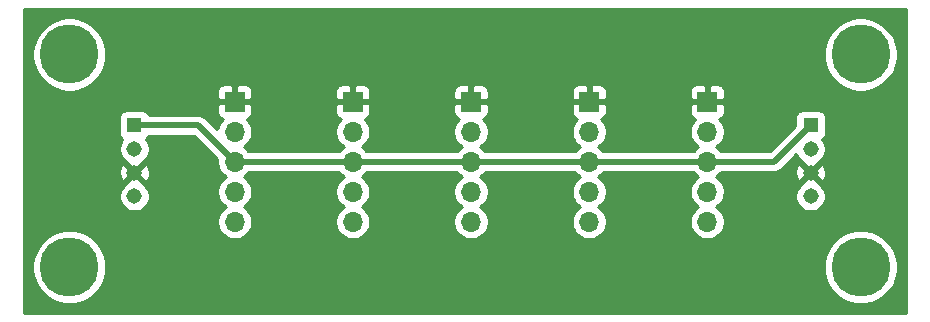
<source format=gtl>
G04 #@! TF.GenerationSoftware,KiCad,Pcbnew,(5.1.5)-3*
G04 #@! TF.CreationDate,2020-09-01T16:09:18+01:00*
G04 #@! TF.ProjectId,groveToPi,67726f76-6554-46f5-9069-2e6b69636164,1.1.0*
G04 #@! TF.SameCoordinates,Original*
G04 #@! TF.FileFunction,Copper,L1,Top*
G04 #@! TF.FilePolarity,Positive*
%FSLAX46Y46*%
G04 Gerber Fmt 4.6, Leading zero omitted, Abs format (unit mm)*
G04 Created by KiCad (PCBNEW (5.1.5)-3) date 2020-09-01 16:09:18*
%MOMM*%
%LPD*%
G04 APERTURE LIST*
%ADD10R,1.308000X1.308000*%
%ADD11C,1.308000*%
%ADD12C,5.000000*%
%ADD13R,1.700000X1.700000*%
%ADD14O,1.700000X1.700000*%
%ADD15C,0.508000*%
%ADD16C,0.254000*%
G04 APERTURE END LIST*
D10*
X150750000Y-102000000D03*
D11*
X150750000Y-104000000D03*
X150750000Y-106000000D03*
X150750000Y-108000000D03*
X93500000Y-108000000D03*
X93500000Y-106000000D03*
X93500000Y-104000000D03*
D10*
X93500000Y-102000000D03*
D12*
X155000000Y-114000000D03*
X88000000Y-114000000D03*
X88000000Y-96000000D03*
X155000000Y-96000000D03*
D13*
X102000000Y-100000000D03*
D14*
X102000000Y-102540000D03*
X102000000Y-105080000D03*
X102000000Y-107620000D03*
X102000000Y-110160000D03*
X112000000Y-110160000D03*
X112000000Y-107620000D03*
X112000000Y-105080000D03*
X112000000Y-102540000D03*
D13*
X112000000Y-100000000D03*
X122000000Y-100000000D03*
D14*
X122000000Y-102540000D03*
X122000000Y-105080000D03*
X122000000Y-107620000D03*
X122000000Y-110160000D03*
X132000000Y-110160000D03*
X132000000Y-107620000D03*
X132000000Y-105080000D03*
X132000000Y-102540000D03*
D13*
X132000000Y-100000000D03*
X142000000Y-100000000D03*
D14*
X142000000Y-102540000D03*
X142000000Y-105080000D03*
X142000000Y-107620000D03*
X142000000Y-110160000D03*
D15*
X98920000Y-102000000D02*
X102000000Y-105080000D01*
X93500000Y-102000000D02*
X98920000Y-102000000D01*
X102000000Y-105080000D02*
X112000000Y-105080000D01*
X147670000Y-105080000D02*
X150750000Y-102000000D01*
X112000000Y-105080000D02*
X147670000Y-105080000D01*
D16*
G36*
X158873000Y-117873000D02*
G01*
X84127000Y-117873000D01*
X84127000Y-113691229D01*
X84865000Y-113691229D01*
X84865000Y-114308771D01*
X84985476Y-114914446D01*
X85221799Y-115484979D01*
X85564886Y-115998446D01*
X86001554Y-116435114D01*
X86515021Y-116778201D01*
X87085554Y-117014524D01*
X87691229Y-117135000D01*
X88308771Y-117135000D01*
X88914446Y-117014524D01*
X89484979Y-116778201D01*
X89998446Y-116435114D01*
X90435114Y-115998446D01*
X90778201Y-115484979D01*
X91014524Y-114914446D01*
X91135000Y-114308771D01*
X91135000Y-113691229D01*
X151865000Y-113691229D01*
X151865000Y-114308771D01*
X151985476Y-114914446D01*
X152221799Y-115484979D01*
X152564886Y-115998446D01*
X153001554Y-116435114D01*
X153515021Y-116778201D01*
X154085554Y-117014524D01*
X154691229Y-117135000D01*
X155308771Y-117135000D01*
X155914446Y-117014524D01*
X156484979Y-116778201D01*
X156998446Y-116435114D01*
X157435114Y-115998446D01*
X157778201Y-115484979D01*
X158014524Y-114914446D01*
X158135000Y-114308771D01*
X158135000Y-113691229D01*
X158014524Y-113085554D01*
X157778201Y-112515021D01*
X157435114Y-112001554D01*
X156998446Y-111564886D01*
X156484979Y-111221799D01*
X155914446Y-110985476D01*
X155308771Y-110865000D01*
X154691229Y-110865000D01*
X154085554Y-110985476D01*
X153515021Y-111221799D01*
X153001554Y-111564886D01*
X152564886Y-112001554D01*
X152221799Y-112515021D01*
X151985476Y-113085554D01*
X151865000Y-113691229D01*
X91135000Y-113691229D01*
X91014524Y-113085554D01*
X90778201Y-112515021D01*
X90435114Y-112001554D01*
X89998446Y-111564886D01*
X89484979Y-111221799D01*
X88914446Y-110985476D01*
X88308771Y-110865000D01*
X87691229Y-110865000D01*
X87085554Y-110985476D01*
X86515021Y-111221799D01*
X86001554Y-111564886D01*
X85564886Y-112001554D01*
X85221799Y-112515021D01*
X84985476Y-113085554D01*
X84865000Y-113691229D01*
X84127000Y-113691229D01*
X84127000Y-107873045D01*
X92211000Y-107873045D01*
X92211000Y-108126955D01*
X92260535Y-108375987D01*
X92357703Y-108610570D01*
X92498768Y-108821690D01*
X92678310Y-109001232D01*
X92889430Y-109142297D01*
X93124013Y-109239465D01*
X93373045Y-109289000D01*
X93626955Y-109289000D01*
X93875987Y-109239465D01*
X94110570Y-109142297D01*
X94321690Y-109001232D01*
X94501232Y-108821690D01*
X94642297Y-108610570D01*
X94739465Y-108375987D01*
X94789000Y-108126955D01*
X94789000Y-107873045D01*
X94739465Y-107624013D01*
X94642297Y-107389430D01*
X94501232Y-107178310D01*
X94321690Y-106998768D01*
X94201681Y-106918581D01*
X94208782Y-106888387D01*
X93500000Y-106179605D01*
X92791218Y-106888387D01*
X92798319Y-106918581D01*
X92678310Y-106998768D01*
X92498768Y-107178310D01*
X92357703Y-107389430D01*
X92260535Y-107624013D01*
X92211000Y-107873045D01*
X84127000Y-107873045D01*
X84127000Y-106076296D01*
X92207012Y-106076296D01*
X92246741Y-106327079D01*
X92334632Y-106565293D01*
X92382532Y-106654907D01*
X92611613Y-106708782D01*
X93320395Y-106000000D01*
X93679605Y-106000000D01*
X94388387Y-106708782D01*
X94617468Y-106654907D01*
X94723763Y-106424316D01*
X94783028Y-106177419D01*
X94792988Y-105923704D01*
X94753259Y-105672921D01*
X94665368Y-105434707D01*
X94617468Y-105345093D01*
X94388387Y-105291218D01*
X93679605Y-106000000D01*
X93320395Y-106000000D01*
X92611613Y-105291218D01*
X92382532Y-105345093D01*
X92276237Y-105575684D01*
X92216972Y-105822581D01*
X92207012Y-106076296D01*
X84127000Y-106076296D01*
X84127000Y-101346000D01*
X92207928Y-101346000D01*
X92207928Y-102654000D01*
X92220188Y-102778482D01*
X92256498Y-102898180D01*
X92315463Y-103008494D01*
X92394815Y-103105185D01*
X92491506Y-103184537D01*
X92493791Y-103185758D01*
X92357703Y-103389430D01*
X92260535Y-103624013D01*
X92211000Y-103873045D01*
X92211000Y-104126955D01*
X92260535Y-104375987D01*
X92357703Y-104610570D01*
X92498768Y-104821690D01*
X92678310Y-105001232D01*
X92798319Y-105081419D01*
X92791218Y-105111613D01*
X93500000Y-105820395D01*
X94208782Y-105111613D01*
X94201681Y-105081419D01*
X94321690Y-105001232D01*
X94501232Y-104821690D01*
X94642297Y-104610570D01*
X94739465Y-104375987D01*
X94789000Y-104126955D01*
X94789000Y-103873045D01*
X94739465Y-103624013D01*
X94642297Y-103389430D01*
X94506209Y-103185758D01*
X94508494Y-103184537D01*
X94605185Y-103105185D01*
X94684537Y-103008494D01*
X94743502Y-102898180D01*
X94746287Y-102889000D01*
X98551765Y-102889000D01*
X100528523Y-104865758D01*
X100515000Y-104933740D01*
X100515000Y-105226260D01*
X100572068Y-105513158D01*
X100684010Y-105783411D01*
X100846525Y-106026632D01*
X101053368Y-106233475D01*
X101227760Y-106350000D01*
X101053368Y-106466525D01*
X100846525Y-106673368D01*
X100684010Y-106916589D01*
X100572068Y-107186842D01*
X100515000Y-107473740D01*
X100515000Y-107766260D01*
X100572068Y-108053158D01*
X100684010Y-108323411D01*
X100846525Y-108566632D01*
X101053368Y-108773475D01*
X101227760Y-108890000D01*
X101053368Y-109006525D01*
X100846525Y-109213368D01*
X100684010Y-109456589D01*
X100572068Y-109726842D01*
X100515000Y-110013740D01*
X100515000Y-110306260D01*
X100572068Y-110593158D01*
X100684010Y-110863411D01*
X100846525Y-111106632D01*
X101053368Y-111313475D01*
X101296589Y-111475990D01*
X101566842Y-111587932D01*
X101853740Y-111645000D01*
X102146260Y-111645000D01*
X102433158Y-111587932D01*
X102703411Y-111475990D01*
X102946632Y-111313475D01*
X103153475Y-111106632D01*
X103315990Y-110863411D01*
X103427932Y-110593158D01*
X103485000Y-110306260D01*
X103485000Y-110013740D01*
X103427932Y-109726842D01*
X103315990Y-109456589D01*
X103153475Y-109213368D01*
X102946632Y-109006525D01*
X102772240Y-108890000D01*
X102946632Y-108773475D01*
X103153475Y-108566632D01*
X103315990Y-108323411D01*
X103427932Y-108053158D01*
X103485000Y-107766260D01*
X103485000Y-107473740D01*
X103427932Y-107186842D01*
X103315990Y-106916589D01*
X103153475Y-106673368D01*
X102946632Y-106466525D01*
X102772240Y-106350000D01*
X102946632Y-106233475D01*
X103153475Y-106026632D01*
X103191983Y-105969000D01*
X110808017Y-105969000D01*
X110846525Y-106026632D01*
X111053368Y-106233475D01*
X111227760Y-106350000D01*
X111053368Y-106466525D01*
X110846525Y-106673368D01*
X110684010Y-106916589D01*
X110572068Y-107186842D01*
X110515000Y-107473740D01*
X110515000Y-107766260D01*
X110572068Y-108053158D01*
X110684010Y-108323411D01*
X110846525Y-108566632D01*
X111053368Y-108773475D01*
X111227760Y-108890000D01*
X111053368Y-109006525D01*
X110846525Y-109213368D01*
X110684010Y-109456589D01*
X110572068Y-109726842D01*
X110515000Y-110013740D01*
X110515000Y-110306260D01*
X110572068Y-110593158D01*
X110684010Y-110863411D01*
X110846525Y-111106632D01*
X111053368Y-111313475D01*
X111296589Y-111475990D01*
X111566842Y-111587932D01*
X111853740Y-111645000D01*
X112146260Y-111645000D01*
X112433158Y-111587932D01*
X112703411Y-111475990D01*
X112946632Y-111313475D01*
X113153475Y-111106632D01*
X113315990Y-110863411D01*
X113427932Y-110593158D01*
X113485000Y-110306260D01*
X113485000Y-110013740D01*
X113427932Y-109726842D01*
X113315990Y-109456589D01*
X113153475Y-109213368D01*
X112946632Y-109006525D01*
X112772240Y-108890000D01*
X112946632Y-108773475D01*
X113153475Y-108566632D01*
X113315990Y-108323411D01*
X113427932Y-108053158D01*
X113485000Y-107766260D01*
X113485000Y-107473740D01*
X113427932Y-107186842D01*
X113315990Y-106916589D01*
X113153475Y-106673368D01*
X112946632Y-106466525D01*
X112772240Y-106350000D01*
X112946632Y-106233475D01*
X113153475Y-106026632D01*
X113191983Y-105969000D01*
X120808017Y-105969000D01*
X120846525Y-106026632D01*
X121053368Y-106233475D01*
X121227760Y-106350000D01*
X121053368Y-106466525D01*
X120846525Y-106673368D01*
X120684010Y-106916589D01*
X120572068Y-107186842D01*
X120515000Y-107473740D01*
X120515000Y-107766260D01*
X120572068Y-108053158D01*
X120684010Y-108323411D01*
X120846525Y-108566632D01*
X121053368Y-108773475D01*
X121227760Y-108890000D01*
X121053368Y-109006525D01*
X120846525Y-109213368D01*
X120684010Y-109456589D01*
X120572068Y-109726842D01*
X120515000Y-110013740D01*
X120515000Y-110306260D01*
X120572068Y-110593158D01*
X120684010Y-110863411D01*
X120846525Y-111106632D01*
X121053368Y-111313475D01*
X121296589Y-111475990D01*
X121566842Y-111587932D01*
X121853740Y-111645000D01*
X122146260Y-111645000D01*
X122433158Y-111587932D01*
X122703411Y-111475990D01*
X122946632Y-111313475D01*
X123153475Y-111106632D01*
X123315990Y-110863411D01*
X123427932Y-110593158D01*
X123485000Y-110306260D01*
X123485000Y-110013740D01*
X123427932Y-109726842D01*
X123315990Y-109456589D01*
X123153475Y-109213368D01*
X122946632Y-109006525D01*
X122772240Y-108890000D01*
X122946632Y-108773475D01*
X123153475Y-108566632D01*
X123315990Y-108323411D01*
X123427932Y-108053158D01*
X123485000Y-107766260D01*
X123485000Y-107473740D01*
X123427932Y-107186842D01*
X123315990Y-106916589D01*
X123153475Y-106673368D01*
X122946632Y-106466525D01*
X122772240Y-106350000D01*
X122946632Y-106233475D01*
X123153475Y-106026632D01*
X123191983Y-105969000D01*
X130808017Y-105969000D01*
X130846525Y-106026632D01*
X131053368Y-106233475D01*
X131227760Y-106350000D01*
X131053368Y-106466525D01*
X130846525Y-106673368D01*
X130684010Y-106916589D01*
X130572068Y-107186842D01*
X130515000Y-107473740D01*
X130515000Y-107766260D01*
X130572068Y-108053158D01*
X130684010Y-108323411D01*
X130846525Y-108566632D01*
X131053368Y-108773475D01*
X131227760Y-108890000D01*
X131053368Y-109006525D01*
X130846525Y-109213368D01*
X130684010Y-109456589D01*
X130572068Y-109726842D01*
X130515000Y-110013740D01*
X130515000Y-110306260D01*
X130572068Y-110593158D01*
X130684010Y-110863411D01*
X130846525Y-111106632D01*
X131053368Y-111313475D01*
X131296589Y-111475990D01*
X131566842Y-111587932D01*
X131853740Y-111645000D01*
X132146260Y-111645000D01*
X132433158Y-111587932D01*
X132703411Y-111475990D01*
X132946632Y-111313475D01*
X133153475Y-111106632D01*
X133315990Y-110863411D01*
X133427932Y-110593158D01*
X133485000Y-110306260D01*
X133485000Y-110013740D01*
X133427932Y-109726842D01*
X133315990Y-109456589D01*
X133153475Y-109213368D01*
X132946632Y-109006525D01*
X132772240Y-108890000D01*
X132946632Y-108773475D01*
X133153475Y-108566632D01*
X133315990Y-108323411D01*
X133427932Y-108053158D01*
X133485000Y-107766260D01*
X133485000Y-107473740D01*
X133427932Y-107186842D01*
X133315990Y-106916589D01*
X133153475Y-106673368D01*
X132946632Y-106466525D01*
X132772240Y-106350000D01*
X132946632Y-106233475D01*
X133153475Y-106026632D01*
X133191983Y-105969000D01*
X140808017Y-105969000D01*
X140846525Y-106026632D01*
X141053368Y-106233475D01*
X141227760Y-106350000D01*
X141053368Y-106466525D01*
X140846525Y-106673368D01*
X140684010Y-106916589D01*
X140572068Y-107186842D01*
X140515000Y-107473740D01*
X140515000Y-107766260D01*
X140572068Y-108053158D01*
X140684010Y-108323411D01*
X140846525Y-108566632D01*
X141053368Y-108773475D01*
X141227760Y-108890000D01*
X141053368Y-109006525D01*
X140846525Y-109213368D01*
X140684010Y-109456589D01*
X140572068Y-109726842D01*
X140515000Y-110013740D01*
X140515000Y-110306260D01*
X140572068Y-110593158D01*
X140684010Y-110863411D01*
X140846525Y-111106632D01*
X141053368Y-111313475D01*
X141296589Y-111475990D01*
X141566842Y-111587932D01*
X141853740Y-111645000D01*
X142146260Y-111645000D01*
X142433158Y-111587932D01*
X142703411Y-111475990D01*
X142946632Y-111313475D01*
X143153475Y-111106632D01*
X143315990Y-110863411D01*
X143427932Y-110593158D01*
X143485000Y-110306260D01*
X143485000Y-110013740D01*
X143427932Y-109726842D01*
X143315990Y-109456589D01*
X143153475Y-109213368D01*
X142946632Y-109006525D01*
X142772240Y-108890000D01*
X142946632Y-108773475D01*
X143153475Y-108566632D01*
X143315990Y-108323411D01*
X143427932Y-108053158D01*
X143463758Y-107873045D01*
X149461000Y-107873045D01*
X149461000Y-108126955D01*
X149510535Y-108375987D01*
X149607703Y-108610570D01*
X149748768Y-108821690D01*
X149928310Y-109001232D01*
X150139430Y-109142297D01*
X150374013Y-109239465D01*
X150623045Y-109289000D01*
X150876955Y-109289000D01*
X151125987Y-109239465D01*
X151360570Y-109142297D01*
X151571690Y-109001232D01*
X151751232Y-108821690D01*
X151892297Y-108610570D01*
X151989465Y-108375987D01*
X152039000Y-108126955D01*
X152039000Y-107873045D01*
X151989465Y-107624013D01*
X151892297Y-107389430D01*
X151751232Y-107178310D01*
X151571690Y-106998768D01*
X151451681Y-106918581D01*
X151458782Y-106888387D01*
X150750000Y-106179605D01*
X150041218Y-106888387D01*
X150048319Y-106918581D01*
X149928310Y-106998768D01*
X149748768Y-107178310D01*
X149607703Y-107389430D01*
X149510535Y-107624013D01*
X149461000Y-107873045D01*
X143463758Y-107873045D01*
X143485000Y-107766260D01*
X143485000Y-107473740D01*
X143427932Y-107186842D01*
X143315990Y-106916589D01*
X143153475Y-106673368D01*
X142946632Y-106466525D01*
X142772240Y-106350000D01*
X142946632Y-106233475D01*
X143103811Y-106076296D01*
X149457012Y-106076296D01*
X149496741Y-106327079D01*
X149584632Y-106565293D01*
X149632532Y-106654907D01*
X149861613Y-106708782D01*
X150570395Y-106000000D01*
X150929605Y-106000000D01*
X151638387Y-106708782D01*
X151867468Y-106654907D01*
X151973763Y-106424316D01*
X152033028Y-106177419D01*
X152042988Y-105923704D01*
X152003259Y-105672921D01*
X151915368Y-105434707D01*
X151867468Y-105345093D01*
X151638387Y-105291218D01*
X150929605Y-106000000D01*
X150570395Y-106000000D01*
X149861613Y-105291218D01*
X149632532Y-105345093D01*
X149526237Y-105575684D01*
X149466972Y-105822581D01*
X149457012Y-106076296D01*
X143103811Y-106076296D01*
X143153475Y-106026632D01*
X143191983Y-105969000D01*
X147626340Y-105969000D01*
X147670000Y-105973300D01*
X147713660Y-105969000D01*
X147713667Y-105969000D01*
X147844274Y-105956136D01*
X148011851Y-105905303D01*
X148166291Y-105822753D01*
X148301659Y-105711659D01*
X148329499Y-105677736D01*
X149545891Y-104461344D01*
X149607703Y-104610570D01*
X149748768Y-104821690D01*
X149928310Y-105001232D01*
X150048319Y-105081419D01*
X150041218Y-105111613D01*
X150750000Y-105820395D01*
X151458782Y-105111613D01*
X151451681Y-105081419D01*
X151571690Y-105001232D01*
X151751232Y-104821690D01*
X151892297Y-104610570D01*
X151989465Y-104375987D01*
X152039000Y-104126955D01*
X152039000Y-103873045D01*
X151989465Y-103624013D01*
X151892297Y-103389430D01*
X151756209Y-103185758D01*
X151758494Y-103184537D01*
X151855185Y-103105185D01*
X151934537Y-103008494D01*
X151993502Y-102898180D01*
X152029812Y-102778482D01*
X152042072Y-102654000D01*
X152042072Y-101346000D01*
X152029812Y-101221518D01*
X151993502Y-101101820D01*
X151934537Y-100991506D01*
X151855185Y-100894815D01*
X151758494Y-100815463D01*
X151648180Y-100756498D01*
X151528482Y-100720188D01*
X151404000Y-100707928D01*
X150096000Y-100707928D01*
X149971518Y-100720188D01*
X149851820Y-100756498D01*
X149741506Y-100815463D01*
X149644815Y-100894815D01*
X149565463Y-100991506D01*
X149506498Y-101101820D01*
X149470188Y-101221518D01*
X149457928Y-101346000D01*
X149457928Y-102034836D01*
X147301765Y-104191000D01*
X143191983Y-104191000D01*
X143153475Y-104133368D01*
X142946632Y-103926525D01*
X142772240Y-103810000D01*
X142946632Y-103693475D01*
X143153475Y-103486632D01*
X143315990Y-103243411D01*
X143427932Y-102973158D01*
X143485000Y-102686260D01*
X143485000Y-102393740D01*
X143427932Y-102106842D01*
X143315990Y-101836589D01*
X143153475Y-101593368D01*
X143021620Y-101461513D01*
X143094180Y-101439502D01*
X143204494Y-101380537D01*
X143301185Y-101301185D01*
X143380537Y-101204494D01*
X143439502Y-101094180D01*
X143475812Y-100974482D01*
X143488072Y-100850000D01*
X143485000Y-100285750D01*
X143326250Y-100127000D01*
X142127000Y-100127000D01*
X142127000Y-100147000D01*
X141873000Y-100147000D01*
X141873000Y-100127000D01*
X140673750Y-100127000D01*
X140515000Y-100285750D01*
X140511928Y-100850000D01*
X140524188Y-100974482D01*
X140560498Y-101094180D01*
X140619463Y-101204494D01*
X140698815Y-101301185D01*
X140795506Y-101380537D01*
X140905820Y-101439502D01*
X140978380Y-101461513D01*
X140846525Y-101593368D01*
X140684010Y-101836589D01*
X140572068Y-102106842D01*
X140515000Y-102393740D01*
X140515000Y-102686260D01*
X140572068Y-102973158D01*
X140684010Y-103243411D01*
X140846525Y-103486632D01*
X141053368Y-103693475D01*
X141227760Y-103810000D01*
X141053368Y-103926525D01*
X140846525Y-104133368D01*
X140808017Y-104191000D01*
X133191983Y-104191000D01*
X133153475Y-104133368D01*
X132946632Y-103926525D01*
X132772240Y-103810000D01*
X132946632Y-103693475D01*
X133153475Y-103486632D01*
X133315990Y-103243411D01*
X133427932Y-102973158D01*
X133485000Y-102686260D01*
X133485000Y-102393740D01*
X133427932Y-102106842D01*
X133315990Y-101836589D01*
X133153475Y-101593368D01*
X133021620Y-101461513D01*
X133094180Y-101439502D01*
X133204494Y-101380537D01*
X133301185Y-101301185D01*
X133380537Y-101204494D01*
X133439502Y-101094180D01*
X133475812Y-100974482D01*
X133488072Y-100850000D01*
X133485000Y-100285750D01*
X133326250Y-100127000D01*
X132127000Y-100127000D01*
X132127000Y-100147000D01*
X131873000Y-100147000D01*
X131873000Y-100127000D01*
X130673750Y-100127000D01*
X130515000Y-100285750D01*
X130511928Y-100850000D01*
X130524188Y-100974482D01*
X130560498Y-101094180D01*
X130619463Y-101204494D01*
X130698815Y-101301185D01*
X130795506Y-101380537D01*
X130905820Y-101439502D01*
X130978380Y-101461513D01*
X130846525Y-101593368D01*
X130684010Y-101836589D01*
X130572068Y-102106842D01*
X130515000Y-102393740D01*
X130515000Y-102686260D01*
X130572068Y-102973158D01*
X130684010Y-103243411D01*
X130846525Y-103486632D01*
X131053368Y-103693475D01*
X131227760Y-103810000D01*
X131053368Y-103926525D01*
X130846525Y-104133368D01*
X130808017Y-104191000D01*
X123191983Y-104191000D01*
X123153475Y-104133368D01*
X122946632Y-103926525D01*
X122772240Y-103810000D01*
X122946632Y-103693475D01*
X123153475Y-103486632D01*
X123315990Y-103243411D01*
X123427932Y-102973158D01*
X123485000Y-102686260D01*
X123485000Y-102393740D01*
X123427932Y-102106842D01*
X123315990Y-101836589D01*
X123153475Y-101593368D01*
X123021620Y-101461513D01*
X123094180Y-101439502D01*
X123204494Y-101380537D01*
X123301185Y-101301185D01*
X123380537Y-101204494D01*
X123439502Y-101094180D01*
X123475812Y-100974482D01*
X123488072Y-100850000D01*
X123485000Y-100285750D01*
X123326250Y-100127000D01*
X122127000Y-100127000D01*
X122127000Y-100147000D01*
X121873000Y-100147000D01*
X121873000Y-100127000D01*
X120673750Y-100127000D01*
X120515000Y-100285750D01*
X120511928Y-100850000D01*
X120524188Y-100974482D01*
X120560498Y-101094180D01*
X120619463Y-101204494D01*
X120698815Y-101301185D01*
X120795506Y-101380537D01*
X120905820Y-101439502D01*
X120978380Y-101461513D01*
X120846525Y-101593368D01*
X120684010Y-101836589D01*
X120572068Y-102106842D01*
X120515000Y-102393740D01*
X120515000Y-102686260D01*
X120572068Y-102973158D01*
X120684010Y-103243411D01*
X120846525Y-103486632D01*
X121053368Y-103693475D01*
X121227760Y-103810000D01*
X121053368Y-103926525D01*
X120846525Y-104133368D01*
X120808017Y-104191000D01*
X113191983Y-104191000D01*
X113153475Y-104133368D01*
X112946632Y-103926525D01*
X112772240Y-103810000D01*
X112946632Y-103693475D01*
X113153475Y-103486632D01*
X113315990Y-103243411D01*
X113427932Y-102973158D01*
X113485000Y-102686260D01*
X113485000Y-102393740D01*
X113427932Y-102106842D01*
X113315990Y-101836589D01*
X113153475Y-101593368D01*
X113021620Y-101461513D01*
X113094180Y-101439502D01*
X113204494Y-101380537D01*
X113301185Y-101301185D01*
X113380537Y-101204494D01*
X113439502Y-101094180D01*
X113475812Y-100974482D01*
X113488072Y-100850000D01*
X113485000Y-100285750D01*
X113326250Y-100127000D01*
X112127000Y-100127000D01*
X112127000Y-100147000D01*
X111873000Y-100147000D01*
X111873000Y-100127000D01*
X110673750Y-100127000D01*
X110515000Y-100285750D01*
X110511928Y-100850000D01*
X110524188Y-100974482D01*
X110560498Y-101094180D01*
X110619463Y-101204494D01*
X110698815Y-101301185D01*
X110795506Y-101380537D01*
X110905820Y-101439502D01*
X110978380Y-101461513D01*
X110846525Y-101593368D01*
X110684010Y-101836589D01*
X110572068Y-102106842D01*
X110515000Y-102393740D01*
X110515000Y-102686260D01*
X110572068Y-102973158D01*
X110684010Y-103243411D01*
X110846525Y-103486632D01*
X111053368Y-103693475D01*
X111227760Y-103810000D01*
X111053368Y-103926525D01*
X110846525Y-104133368D01*
X110808017Y-104191000D01*
X103191983Y-104191000D01*
X103153475Y-104133368D01*
X102946632Y-103926525D01*
X102772240Y-103810000D01*
X102946632Y-103693475D01*
X103153475Y-103486632D01*
X103315990Y-103243411D01*
X103427932Y-102973158D01*
X103485000Y-102686260D01*
X103485000Y-102393740D01*
X103427932Y-102106842D01*
X103315990Y-101836589D01*
X103153475Y-101593368D01*
X103021620Y-101461513D01*
X103094180Y-101439502D01*
X103204494Y-101380537D01*
X103301185Y-101301185D01*
X103380537Y-101204494D01*
X103439502Y-101094180D01*
X103475812Y-100974482D01*
X103488072Y-100850000D01*
X103485000Y-100285750D01*
X103326250Y-100127000D01*
X102127000Y-100127000D01*
X102127000Y-100147000D01*
X101873000Y-100147000D01*
X101873000Y-100127000D01*
X100673750Y-100127000D01*
X100515000Y-100285750D01*
X100511928Y-100850000D01*
X100524188Y-100974482D01*
X100560498Y-101094180D01*
X100619463Y-101204494D01*
X100698815Y-101301185D01*
X100795506Y-101380537D01*
X100905820Y-101439502D01*
X100978380Y-101461513D01*
X100846525Y-101593368D01*
X100684010Y-101836589D01*
X100572068Y-102106842D01*
X100524287Y-102347052D01*
X99579499Y-101402264D01*
X99551659Y-101368341D01*
X99416291Y-101257247D01*
X99261851Y-101174697D01*
X99094274Y-101123864D01*
X98963667Y-101111000D01*
X98963660Y-101111000D01*
X98920000Y-101106700D01*
X98876340Y-101111000D01*
X94746287Y-101111000D01*
X94743502Y-101101820D01*
X94684537Y-100991506D01*
X94605185Y-100894815D01*
X94508494Y-100815463D01*
X94398180Y-100756498D01*
X94278482Y-100720188D01*
X94154000Y-100707928D01*
X92846000Y-100707928D01*
X92721518Y-100720188D01*
X92601820Y-100756498D01*
X92491506Y-100815463D01*
X92394815Y-100894815D01*
X92315463Y-100991506D01*
X92256498Y-101101820D01*
X92220188Y-101221518D01*
X92207928Y-101346000D01*
X84127000Y-101346000D01*
X84127000Y-99150000D01*
X100511928Y-99150000D01*
X100515000Y-99714250D01*
X100673750Y-99873000D01*
X101873000Y-99873000D01*
X101873000Y-98673750D01*
X102127000Y-98673750D01*
X102127000Y-99873000D01*
X103326250Y-99873000D01*
X103485000Y-99714250D01*
X103488072Y-99150000D01*
X110511928Y-99150000D01*
X110515000Y-99714250D01*
X110673750Y-99873000D01*
X111873000Y-99873000D01*
X111873000Y-98673750D01*
X112127000Y-98673750D01*
X112127000Y-99873000D01*
X113326250Y-99873000D01*
X113485000Y-99714250D01*
X113488072Y-99150000D01*
X120511928Y-99150000D01*
X120515000Y-99714250D01*
X120673750Y-99873000D01*
X121873000Y-99873000D01*
X121873000Y-98673750D01*
X122127000Y-98673750D01*
X122127000Y-99873000D01*
X123326250Y-99873000D01*
X123485000Y-99714250D01*
X123488072Y-99150000D01*
X130511928Y-99150000D01*
X130515000Y-99714250D01*
X130673750Y-99873000D01*
X131873000Y-99873000D01*
X131873000Y-98673750D01*
X132127000Y-98673750D01*
X132127000Y-99873000D01*
X133326250Y-99873000D01*
X133485000Y-99714250D01*
X133488072Y-99150000D01*
X140511928Y-99150000D01*
X140515000Y-99714250D01*
X140673750Y-99873000D01*
X141873000Y-99873000D01*
X141873000Y-98673750D01*
X142127000Y-98673750D01*
X142127000Y-99873000D01*
X143326250Y-99873000D01*
X143485000Y-99714250D01*
X143488072Y-99150000D01*
X143475812Y-99025518D01*
X143439502Y-98905820D01*
X143380537Y-98795506D01*
X143301185Y-98698815D01*
X143204494Y-98619463D01*
X143094180Y-98560498D01*
X142974482Y-98524188D01*
X142850000Y-98511928D01*
X142285750Y-98515000D01*
X142127000Y-98673750D01*
X141873000Y-98673750D01*
X141714250Y-98515000D01*
X141150000Y-98511928D01*
X141025518Y-98524188D01*
X140905820Y-98560498D01*
X140795506Y-98619463D01*
X140698815Y-98698815D01*
X140619463Y-98795506D01*
X140560498Y-98905820D01*
X140524188Y-99025518D01*
X140511928Y-99150000D01*
X133488072Y-99150000D01*
X133475812Y-99025518D01*
X133439502Y-98905820D01*
X133380537Y-98795506D01*
X133301185Y-98698815D01*
X133204494Y-98619463D01*
X133094180Y-98560498D01*
X132974482Y-98524188D01*
X132850000Y-98511928D01*
X132285750Y-98515000D01*
X132127000Y-98673750D01*
X131873000Y-98673750D01*
X131714250Y-98515000D01*
X131150000Y-98511928D01*
X131025518Y-98524188D01*
X130905820Y-98560498D01*
X130795506Y-98619463D01*
X130698815Y-98698815D01*
X130619463Y-98795506D01*
X130560498Y-98905820D01*
X130524188Y-99025518D01*
X130511928Y-99150000D01*
X123488072Y-99150000D01*
X123475812Y-99025518D01*
X123439502Y-98905820D01*
X123380537Y-98795506D01*
X123301185Y-98698815D01*
X123204494Y-98619463D01*
X123094180Y-98560498D01*
X122974482Y-98524188D01*
X122850000Y-98511928D01*
X122285750Y-98515000D01*
X122127000Y-98673750D01*
X121873000Y-98673750D01*
X121714250Y-98515000D01*
X121150000Y-98511928D01*
X121025518Y-98524188D01*
X120905820Y-98560498D01*
X120795506Y-98619463D01*
X120698815Y-98698815D01*
X120619463Y-98795506D01*
X120560498Y-98905820D01*
X120524188Y-99025518D01*
X120511928Y-99150000D01*
X113488072Y-99150000D01*
X113475812Y-99025518D01*
X113439502Y-98905820D01*
X113380537Y-98795506D01*
X113301185Y-98698815D01*
X113204494Y-98619463D01*
X113094180Y-98560498D01*
X112974482Y-98524188D01*
X112850000Y-98511928D01*
X112285750Y-98515000D01*
X112127000Y-98673750D01*
X111873000Y-98673750D01*
X111714250Y-98515000D01*
X111150000Y-98511928D01*
X111025518Y-98524188D01*
X110905820Y-98560498D01*
X110795506Y-98619463D01*
X110698815Y-98698815D01*
X110619463Y-98795506D01*
X110560498Y-98905820D01*
X110524188Y-99025518D01*
X110511928Y-99150000D01*
X103488072Y-99150000D01*
X103475812Y-99025518D01*
X103439502Y-98905820D01*
X103380537Y-98795506D01*
X103301185Y-98698815D01*
X103204494Y-98619463D01*
X103094180Y-98560498D01*
X102974482Y-98524188D01*
X102850000Y-98511928D01*
X102285750Y-98515000D01*
X102127000Y-98673750D01*
X101873000Y-98673750D01*
X101714250Y-98515000D01*
X101150000Y-98511928D01*
X101025518Y-98524188D01*
X100905820Y-98560498D01*
X100795506Y-98619463D01*
X100698815Y-98698815D01*
X100619463Y-98795506D01*
X100560498Y-98905820D01*
X100524188Y-99025518D01*
X100511928Y-99150000D01*
X84127000Y-99150000D01*
X84127000Y-95691229D01*
X84865000Y-95691229D01*
X84865000Y-96308771D01*
X84985476Y-96914446D01*
X85221799Y-97484979D01*
X85564886Y-97998446D01*
X86001554Y-98435114D01*
X86515021Y-98778201D01*
X87085554Y-99014524D01*
X87691229Y-99135000D01*
X88308771Y-99135000D01*
X88914446Y-99014524D01*
X89484979Y-98778201D01*
X89998446Y-98435114D01*
X90435114Y-97998446D01*
X90778201Y-97484979D01*
X91014524Y-96914446D01*
X91135000Y-96308771D01*
X91135000Y-95691229D01*
X151865000Y-95691229D01*
X151865000Y-96308771D01*
X151985476Y-96914446D01*
X152221799Y-97484979D01*
X152564886Y-97998446D01*
X153001554Y-98435114D01*
X153515021Y-98778201D01*
X154085554Y-99014524D01*
X154691229Y-99135000D01*
X155308771Y-99135000D01*
X155914446Y-99014524D01*
X156484979Y-98778201D01*
X156998446Y-98435114D01*
X157435114Y-97998446D01*
X157778201Y-97484979D01*
X158014524Y-96914446D01*
X158135000Y-96308771D01*
X158135000Y-95691229D01*
X158014524Y-95085554D01*
X157778201Y-94515021D01*
X157435114Y-94001554D01*
X156998446Y-93564886D01*
X156484979Y-93221799D01*
X155914446Y-92985476D01*
X155308771Y-92865000D01*
X154691229Y-92865000D01*
X154085554Y-92985476D01*
X153515021Y-93221799D01*
X153001554Y-93564886D01*
X152564886Y-94001554D01*
X152221799Y-94515021D01*
X151985476Y-95085554D01*
X151865000Y-95691229D01*
X91135000Y-95691229D01*
X91014524Y-95085554D01*
X90778201Y-94515021D01*
X90435114Y-94001554D01*
X89998446Y-93564886D01*
X89484979Y-93221799D01*
X88914446Y-92985476D01*
X88308771Y-92865000D01*
X87691229Y-92865000D01*
X87085554Y-92985476D01*
X86515021Y-93221799D01*
X86001554Y-93564886D01*
X85564886Y-94001554D01*
X85221799Y-94515021D01*
X84985476Y-95085554D01*
X84865000Y-95691229D01*
X84127000Y-95691229D01*
X84127000Y-92127000D01*
X158873000Y-92127000D01*
X158873000Y-117873000D01*
G37*
X158873000Y-117873000D02*
X84127000Y-117873000D01*
X84127000Y-113691229D01*
X84865000Y-113691229D01*
X84865000Y-114308771D01*
X84985476Y-114914446D01*
X85221799Y-115484979D01*
X85564886Y-115998446D01*
X86001554Y-116435114D01*
X86515021Y-116778201D01*
X87085554Y-117014524D01*
X87691229Y-117135000D01*
X88308771Y-117135000D01*
X88914446Y-117014524D01*
X89484979Y-116778201D01*
X89998446Y-116435114D01*
X90435114Y-115998446D01*
X90778201Y-115484979D01*
X91014524Y-114914446D01*
X91135000Y-114308771D01*
X91135000Y-113691229D01*
X151865000Y-113691229D01*
X151865000Y-114308771D01*
X151985476Y-114914446D01*
X152221799Y-115484979D01*
X152564886Y-115998446D01*
X153001554Y-116435114D01*
X153515021Y-116778201D01*
X154085554Y-117014524D01*
X154691229Y-117135000D01*
X155308771Y-117135000D01*
X155914446Y-117014524D01*
X156484979Y-116778201D01*
X156998446Y-116435114D01*
X157435114Y-115998446D01*
X157778201Y-115484979D01*
X158014524Y-114914446D01*
X158135000Y-114308771D01*
X158135000Y-113691229D01*
X158014524Y-113085554D01*
X157778201Y-112515021D01*
X157435114Y-112001554D01*
X156998446Y-111564886D01*
X156484979Y-111221799D01*
X155914446Y-110985476D01*
X155308771Y-110865000D01*
X154691229Y-110865000D01*
X154085554Y-110985476D01*
X153515021Y-111221799D01*
X153001554Y-111564886D01*
X152564886Y-112001554D01*
X152221799Y-112515021D01*
X151985476Y-113085554D01*
X151865000Y-113691229D01*
X91135000Y-113691229D01*
X91014524Y-113085554D01*
X90778201Y-112515021D01*
X90435114Y-112001554D01*
X89998446Y-111564886D01*
X89484979Y-111221799D01*
X88914446Y-110985476D01*
X88308771Y-110865000D01*
X87691229Y-110865000D01*
X87085554Y-110985476D01*
X86515021Y-111221799D01*
X86001554Y-111564886D01*
X85564886Y-112001554D01*
X85221799Y-112515021D01*
X84985476Y-113085554D01*
X84865000Y-113691229D01*
X84127000Y-113691229D01*
X84127000Y-107873045D01*
X92211000Y-107873045D01*
X92211000Y-108126955D01*
X92260535Y-108375987D01*
X92357703Y-108610570D01*
X92498768Y-108821690D01*
X92678310Y-109001232D01*
X92889430Y-109142297D01*
X93124013Y-109239465D01*
X93373045Y-109289000D01*
X93626955Y-109289000D01*
X93875987Y-109239465D01*
X94110570Y-109142297D01*
X94321690Y-109001232D01*
X94501232Y-108821690D01*
X94642297Y-108610570D01*
X94739465Y-108375987D01*
X94789000Y-108126955D01*
X94789000Y-107873045D01*
X94739465Y-107624013D01*
X94642297Y-107389430D01*
X94501232Y-107178310D01*
X94321690Y-106998768D01*
X94201681Y-106918581D01*
X94208782Y-106888387D01*
X93500000Y-106179605D01*
X92791218Y-106888387D01*
X92798319Y-106918581D01*
X92678310Y-106998768D01*
X92498768Y-107178310D01*
X92357703Y-107389430D01*
X92260535Y-107624013D01*
X92211000Y-107873045D01*
X84127000Y-107873045D01*
X84127000Y-106076296D01*
X92207012Y-106076296D01*
X92246741Y-106327079D01*
X92334632Y-106565293D01*
X92382532Y-106654907D01*
X92611613Y-106708782D01*
X93320395Y-106000000D01*
X93679605Y-106000000D01*
X94388387Y-106708782D01*
X94617468Y-106654907D01*
X94723763Y-106424316D01*
X94783028Y-106177419D01*
X94792988Y-105923704D01*
X94753259Y-105672921D01*
X94665368Y-105434707D01*
X94617468Y-105345093D01*
X94388387Y-105291218D01*
X93679605Y-106000000D01*
X93320395Y-106000000D01*
X92611613Y-105291218D01*
X92382532Y-105345093D01*
X92276237Y-105575684D01*
X92216972Y-105822581D01*
X92207012Y-106076296D01*
X84127000Y-106076296D01*
X84127000Y-101346000D01*
X92207928Y-101346000D01*
X92207928Y-102654000D01*
X92220188Y-102778482D01*
X92256498Y-102898180D01*
X92315463Y-103008494D01*
X92394815Y-103105185D01*
X92491506Y-103184537D01*
X92493791Y-103185758D01*
X92357703Y-103389430D01*
X92260535Y-103624013D01*
X92211000Y-103873045D01*
X92211000Y-104126955D01*
X92260535Y-104375987D01*
X92357703Y-104610570D01*
X92498768Y-104821690D01*
X92678310Y-105001232D01*
X92798319Y-105081419D01*
X92791218Y-105111613D01*
X93500000Y-105820395D01*
X94208782Y-105111613D01*
X94201681Y-105081419D01*
X94321690Y-105001232D01*
X94501232Y-104821690D01*
X94642297Y-104610570D01*
X94739465Y-104375987D01*
X94789000Y-104126955D01*
X94789000Y-103873045D01*
X94739465Y-103624013D01*
X94642297Y-103389430D01*
X94506209Y-103185758D01*
X94508494Y-103184537D01*
X94605185Y-103105185D01*
X94684537Y-103008494D01*
X94743502Y-102898180D01*
X94746287Y-102889000D01*
X98551765Y-102889000D01*
X100528523Y-104865758D01*
X100515000Y-104933740D01*
X100515000Y-105226260D01*
X100572068Y-105513158D01*
X100684010Y-105783411D01*
X100846525Y-106026632D01*
X101053368Y-106233475D01*
X101227760Y-106350000D01*
X101053368Y-106466525D01*
X100846525Y-106673368D01*
X100684010Y-106916589D01*
X100572068Y-107186842D01*
X100515000Y-107473740D01*
X100515000Y-107766260D01*
X100572068Y-108053158D01*
X100684010Y-108323411D01*
X100846525Y-108566632D01*
X101053368Y-108773475D01*
X101227760Y-108890000D01*
X101053368Y-109006525D01*
X100846525Y-109213368D01*
X100684010Y-109456589D01*
X100572068Y-109726842D01*
X100515000Y-110013740D01*
X100515000Y-110306260D01*
X100572068Y-110593158D01*
X100684010Y-110863411D01*
X100846525Y-111106632D01*
X101053368Y-111313475D01*
X101296589Y-111475990D01*
X101566842Y-111587932D01*
X101853740Y-111645000D01*
X102146260Y-111645000D01*
X102433158Y-111587932D01*
X102703411Y-111475990D01*
X102946632Y-111313475D01*
X103153475Y-111106632D01*
X103315990Y-110863411D01*
X103427932Y-110593158D01*
X103485000Y-110306260D01*
X103485000Y-110013740D01*
X103427932Y-109726842D01*
X103315990Y-109456589D01*
X103153475Y-109213368D01*
X102946632Y-109006525D01*
X102772240Y-108890000D01*
X102946632Y-108773475D01*
X103153475Y-108566632D01*
X103315990Y-108323411D01*
X103427932Y-108053158D01*
X103485000Y-107766260D01*
X103485000Y-107473740D01*
X103427932Y-107186842D01*
X103315990Y-106916589D01*
X103153475Y-106673368D01*
X102946632Y-106466525D01*
X102772240Y-106350000D01*
X102946632Y-106233475D01*
X103153475Y-106026632D01*
X103191983Y-105969000D01*
X110808017Y-105969000D01*
X110846525Y-106026632D01*
X111053368Y-106233475D01*
X111227760Y-106350000D01*
X111053368Y-106466525D01*
X110846525Y-106673368D01*
X110684010Y-106916589D01*
X110572068Y-107186842D01*
X110515000Y-107473740D01*
X110515000Y-107766260D01*
X110572068Y-108053158D01*
X110684010Y-108323411D01*
X110846525Y-108566632D01*
X111053368Y-108773475D01*
X111227760Y-108890000D01*
X111053368Y-109006525D01*
X110846525Y-109213368D01*
X110684010Y-109456589D01*
X110572068Y-109726842D01*
X110515000Y-110013740D01*
X110515000Y-110306260D01*
X110572068Y-110593158D01*
X110684010Y-110863411D01*
X110846525Y-111106632D01*
X111053368Y-111313475D01*
X111296589Y-111475990D01*
X111566842Y-111587932D01*
X111853740Y-111645000D01*
X112146260Y-111645000D01*
X112433158Y-111587932D01*
X112703411Y-111475990D01*
X112946632Y-111313475D01*
X113153475Y-111106632D01*
X113315990Y-110863411D01*
X113427932Y-110593158D01*
X113485000Y-110306260D01*
X113485000Y-110013740D01*
X113427932Y-109726842D01*
X113315990Y-109456589D01*
X113153475Y-109213368D01*
X112946632Y-109006525D01*
X112772240Y-108890000D01*
X112946632Y-108773475D01*
X113153475Y-108566632D01*
X113315990Y-108323411D01*
X113427932Y-108053158D01*
X113485000Y-107766260D01*
X113485000Y-107473740D01*
X113427932Y-107186842D01*
X113315990Y-106916589D01*
X113153475Y-106673368D01*
X112946632Y-106466525D01*
X112772240Y-106350000D01*
X112946632Y-106233475D01*
X113153475Y-106026632D01*
X113191983Y-105969000D01*
X120808017Y-105969000D01*
X120846525Y-106026632D01*
X121053368Y-106233475D01*
X121227760Y-106350000D01*
X121053368Y-106466525D01*
X120846525Y-106673368D01*
X120684010Y-106916589D01*
X120572068Y-107186842D01*
X120515000Y-107473740D01*
X120515000Y-107766260D01*
X120572068Y-108053158D01*
X120684010Y-108323411D01*
X120846525Y-108566632D01*
X121053368Y-108773475D01*
X121227760Y-108890000D01*
X121053368Y-109006525D01*
X120846525Y-109213368D01*
X120684010Y-109456589D01*
X120572068Y-109726842D01*
X120515000Y-110013740D01*
X120515000Y-110306260D01*
X120572068Y-110593158D01*
X120684010Y-110863411D01*
X120846525Y-111106632D01*
X121053368Y-111313475D01*
X121296589Y-111475990D01*
X121566842Y-111587932D01*
X121853740Y-111645000D01*
X122146260Y-111645000D01*
X122433158Y-111587932D01*
X122703411Y-111475990D01*
X122946632Y-111313475D01*
X123153475Y-111106632D01*
X123315990Y-110863411D01*
X123427932Y-110593158D01*
X123485000Y-110306260D01*
X123485000Y-110013740D01*
X123427932Y-109726842D01*
X123315990Y-109456589D01*
X123153475Y-109213368D01*
X122946632Y-109006525D01*
X122772240Y-108890000D01*
X122946632Y-108773475D01*
X123153475Y-108566632D01*
X123315990Y-108323411D01*
X123427932Y-108053158D01*
X123485000Y-107766260D01*
X123485000Y-107473740D01*
X123427932Y-107186842D01*
X123315990Y-106916589D01*
X123153475Y-106673368D01*
X122946632Y-106466525D01*
X122772240Y-106350000D01*
X122946632Y-106233475D01*
X123153475Y-106026632D01*
X123191983Y-105969000D01*
X130808017Y-105969000D01*
X130846525Y-106026632D01*
X131053368Y-106233475D01*
X131227760Y-106350000D01*
X131053368Y-106466525D01*
X130846525Y-106673368D01*
X130684010Y-106916589D01*
X130572068Y-107186842D01*
X130515000Y-107473740D01*
X130515000Y-107766260D01*
X130572068Y-108053158D01*
X130684010Y-108323411D01*
X130846525Y-108566632D01*
X131053368Y-108773475D01*
X131227760Y-108890000D01*
X131053368Y-109006525D01*
X130846525Y-109213368D01*
X130684010Y-109456589D01*
X130572068Y-109726842D01*
X130515000Y-110013740D01*
X130515000Y-110306260D01*
X130572068Y-110593158D01*
X130684010Y-110863411D01*
X130846525Y-111106632D01*
X131053368Y-111313475D01*
X131296589Y-111475990D01*
X131566842Y-111587932D01*
X131853740Y-111645000D01*
X132146260Y-111645000D01*
X132433158Y-111587932D01*
X132703411Y-111475990D01*
X132946632Y-111313475D01*
X133153475Y-111106632D01*
X133315990Y-110863411D01*
X133427932Y-110593158D01*
X133485000Y-110306260D01*
X133485000Y-110013740D01*
X133427932Y-109726842D01*
X133315990Y-109456589D01*
X133153475Y-109213368D01*
X132946632Y-109006525D01*
X132772240Y-108890000D01*
X132946632Y-108773475D01*
X133153475Y-108566632D01*
X133315990Y-108323411D01*
X133427932Y-108053158D01*
X133485000Y-107766260D01*
X133485000Y-107473740D01*
X133427932Y-107186842D01*
X133315990Y-106916589D01*
X133153475Y-106673368D01*
X132946632Y-106466525D01*
X132772240Y-106350000D01*
X132946632Y-106233475D01*
X133153475Y-106026632D01*
X133191983Y-105969000D01*
X140808017Y-105969000D01*
X140846525Y-106026632D01*
X141053368Y-106233475D01*
X141227760Y-106350000D01*
X141053368Y-106466525D01*
X140846525Y-106673368D01*
X140684010Y-106916589D01*
X140572068Y-107186842D01*
X140515000Y-107473740D01*
X140515000Y-107766260D01*
X140572068Y-108053158D01*
X140684010Y-108323411D01*
X140846525Y-108566632D01*
X141053368Y-108773475D01*
X141227760Y-108890000D01*
X141053368Y-109006525D01*
X140846525Y-109213368D01*
X140684010Y-109456589D01*
X140572068Y-109726842D01*
X140515000Y-110013740D01*
X140515000Y-110306260D01*
X140572068Y-110593158D01*
X140684010Y-110863411D01*
X140846525Y-111106632D01*
X141053368Y-111313475D01*
X141296589Y-111475990D01*
X141566842Y-111587932D01*
X141853740Y-111645000D01*
X142146260Y-111645000D01*
X142433158Y-111587932D01*
X142703411Y-111475990D01*
X142946632Y-111313475D01*
X143153475Y-111106632D01*
X143315990Y-110863411D01*
X143427932Y-110593158D01*
X143485000Y-110306260D01*
X143485000Y-110013740D01*
X143427932Y-109726842D01*
X143315990Y-109456589D01*
X143153475Y-109213368D01*
X142946632Y-109006525D01*
X142772240Y-108890000D01*
X142946632Y-108773475D01*
X143153475Y-108566632D01*
X143315990Y-108323411D01*
X143427932Y-108053158D01*
X143463758Y-107873045D01*
X149461000Y-107873045D01*
X149461000Y-108126955D01*
X149510535Y-108375987D01*
X149607703Y-108610570D01*
X149748768Y-108821690D01*
X149928310Y-109001232D01*
X150139430Y-109142297D01*
X150374013Y-109239465D01*
X150623045Y-109289000D01*
X150876955Y-109289000D01*
X151125987Y-109239465D01*
X151360570Y-109142297D01*
X151571690Y-109001232D01*
X151751232Y-108821690D01*
X151892297Y-108610570D01*
X151989465Y-108375987D01*
X152039000Y-108126955D01*
X152039000Y-107873045D01*
X151989465Y-107624013D01*
X151892297Y-107389430D01*
X151751232Y-107178310D01*
X151571690Y-106998768D01*
X151451681Y-106918581D01*
X151458782Y-106888387D01*
X150750000Y-106179605D01*
X150041218Y-106888387D01*
X150048319Y-106918581D01*
X149928310Y-106998768D01*
X149748768Y-107178310D01*
X149607703Y-107389430D01*
X149510535Y-107624013D01*
X149461000Y-107873045D01*
X143463758Y-107873045D01*
X143485000Y-107766260D01*
X143485000Y-107473740D01*
X143427932Y-107186842D01*
X143315990Y-106916589D01*
X143153475Y-106673368D01*
X142946632Y-106466525D01*
X142772240Y-106350000D01*
X142946632Y-106233475D01*
X143103811Y-106076296D01*
X149457012Y-106076296D01*
X149496741Y-106327079D01*
X149584632Y-106565293D01*
X149632532Y-106654907D01*
X149861613Y-106708782D01*
X150570395Y-106000000D01*
X150929605Y-106000000D01*
X151638387Y-106708782D01*
X151867468Y-106654907D01*
X151973763Y-106424316D01*
X152033028Y-106177419D01*
X152042988Y-105923704D01*
X152003259Y-105672921D01*
X151915368Y-105434707D01*
X151867468Y-105345093D01*
X151638387Y-105291218D01*
X150929605Y-106000000D01*
X150570395Y-106000000D01*
X149861613Y-105291218D01*
X149632532Y-105345093D01*
X149526237Y-105575684D01*
X149466972Y-105822581D01*
X149457012Y-106076296D01*
X143103811Y-106076296D01*
X143153475Y-106026632D01*
X143191983Y-105969000D01*
X147626340Y-105969000D01*
X147670000Y-105973300D01*
X147713660Y-105969000D01*
X147713667Y-105969000D01*
X147844274Y-105956136D01*
X148011851Y-105905303D01*
X148166291Y-105822753D01*
X148301659Y-105711659D01*
X148329499Y-105677736D01*
X149545891Y-104461344D01*
X149607703Y-104610570D01*
X149748768Y-104821690D01*
X149928310Y-105001232D01*
X150048319Y-105081419D01*
X150041218Y-105111613D01*
X150750000Y-105820395D01*
X151458782Y-105111613D01*
X151451681Y-105081419D01*
X151571690Y-105001232D01*
X151751232Y-104821690D01*
X151892297Y-104610570D01*
X151989465Y-104375987D01*
X152039000Y-104126955D01*
X152039000Y-103873045D01*
X151989465Y-103624013D01*
X151892297Y-103389430D01*
X151756209Y-103185758D01*
X151758494Y-103184537D01*
X151855185Y-103105185D01*
X151934537Y-103008494D01*
X151993502Y-102898180D01*
X152029812Y-102778482D01*
X152042072Y-102654000D01*
X152042072Y-101346000D01*
X152029812Y-101221518D01*
X151993502Y-101101820D01*
X151934537Y-100991506D01*
X151855185Y-100894815D01*
X151758494Y-100815463D01*
X151648180Y-100756498D01*
X151528482Y-100720188D01*
X151404000Y-100707928D01*
X150096000Y-100707928D01*
X149971518Y-100720188D01*
X149851820Y-100756498D01*
X149741506Y-100815463D01*
X149644815Y-100894815D01*
X149565463Y-100991506D01*
X149506498Y-101101820D01*
X149470188Y-101221518D01*
X149457928Y-101346000D01*
X149457928Y-102034836D01*
X147301765Y-104191000D01*
X143191983Y-104191000D01*
X143153475Y-104133368D01*
X142946632Y-103926525D01*
X142772240Y-103810000D01*
X142946632Y-103693475D01*
X143153475Y-103486632D01*
X143315990Y-103243411D01*
X143427932Y-102973158D01*
X143485000Y-102686260D01*
X143485000Y-102393740D01*
X143427932Y-102106842D01*
X143315990Y-101836589D01*
X143153475Y-101593368D01*
X143021620Y-101461513D01*
X143094180Y-101439502D01*
X143204494Y-101380537D01*
X143301185Y-101301185D01*
X143380537Y-101204494D01*
X143439502Y-101094180D01*
X143475812Y-100974482D01*
X143488072Y-100850000D01*
X143485000Y-100285750D01*
X143326250Y-100127000D01*
X142127000Y-100127000D01*
X142127000Y-100147000D01*
X141873000Y-100147000D01*
X141873000Y-100127000D01*
X140673750Y-100127000D01*
X140515000Y-100285750D01*
X140511928Y-100850000D01*
X140524188Y-100974482D01*
X140560498Y-101094180D01*
X140619463Y-101204494D01*
X140698815Y-101301185D01*
X140795506Y-101380537D01*
X140905820Y-101439502D01*
X140978380Y-101461513D01*
X140846525Y-101593368D01*
X140684010Y-101836589D01*
X140572068Y-102106842D01*
X140515000Y-102393740D01*
X140515000Y-102686260D01*
X140572068Y-102973158D01*
X140684010Y-103243411D01*
X140846525Y-103486632D01*
X141053368Y-103693475D01*
X141227760Y-103810000D01*
X141053368Y-103926525D01*
X140846525Y-104133368D01*
X140808017Y-104191000D01*
X133191983Y-104191000D01*
X133153475Y-104133368D01*
X132946632Y-103926525D01*
X132772240Y-103810000D01*
X132946632Y-103693475D01*
X133153475Y-103486632D01*
X133315990Y-103243411D01*
X133427932Y-102973158D01*
X133485000Y-102686260D01*
X133485000Y-102393740D01*
X133427932Y-102106842D01*
X133315990Y-101836589D01*
X133153475Y-101593368D01*
X133021620Y-101461513D01*
X133094180Y-101439502D01*
X133204494Y-101380537D01*
X133301185Y-101301185D01*
X133380537Y-101204494D01*
X133439502Y-101094180D01*
X133475812Y-100974482D01*
X133488072Y-100850000D01*
X133485000Y-100285750D01*
X133326250Y-100127000D01*
X132127000Y-100127000D01*
X132127000Y-100147000D01*
X131873000Y-100147000D01*
X131873000Y-100127000D01*
X130673750Y-100127000D01*
X130515000Y-100285750D01*
X130511928Y-100850000D01*
X130524188Y-100974482D01*
X130560498Y-101094180D01*
X130619463Y-101204494D01*
X130698815Y-101301185D01*
X130795506Y-101380537D01*
X130905820Y-101439502D01*
X130978380Y-101461513D01*
X130846525Y-101593368D01*
X130684010Y-101836589D01*
X130572068Y-102106842D01*
X130515000Y-102393740D01*
X130515000Y-102686260D01*
X130572068Y-102973158D01*
X130684010Y-103243411D01*
X130846525Y-103486632D01*
X131053368Y-103693475D01*
X131227760Y-103810000D01*
X131053368Y-103926525D01*
X130846525Y-104133368D01*
X130808017Y-104191000D01*
X123191983Y-104191000D01*
X123153475Y-104133368D01*
X122946632Y-103926525D01*
X122772240Y-103810000D01*
X122946632Y-103693475D01*
X123153475Y-103486632D01*
X123315990Y-103243411D01*
X123427932Y-102973158D01*
X123485000Y-102686260D01*
X123485000Y-102393740D01*
X123427932Y-102106842D01*
X123315990Y-101836589D01*
X123153475Y-101593368D01*
X123021620Y-101461513D01*
X123094180Y-101439502D01*
X123204494Y-101380537D01*
X123301185Y-101301185D01*
X123380537Y-101204494D01*
X123439502Y-101094180D01*
X123475812Y-100974482D01*
X123488072Y-100850000D01*
X123485000Y-100285750D01*
X123326250Y-100127000D01*
X122127000Y-100127000D01*
X122127000Y-100147000D01*
X121873000Y-100147000D01*
X121873000Y-100127000D01*
X120673750Y-100127000D01*
X120515000Y-100285750D01*
X120511928Y-100850000D01*
X120524188Y-100974482D01*
X120560498Y-101094180D01*
X120619463Y-101204494D01*
X120698815Y-101301185D01*
X120795506Y-101380537D01*
X120905820Y-101439502D01*
X120978380Y-101461513D01*
X120846525Y-101593368D01*
X120684010Y-101836589D01*
X120572068Y-102106842D01*
X120515000Y-102393740D01*
X120515000Y-102686260D01*
X120572068Y-102973158D01*
X120684010Y-103243411D01*
X120846525Y-103486632D01*
X121053368Y-103693475D01*
X121227760Y-103810000D01*
X121053368Y-103926525D01*
X120846525Y-104133368D01*
X120808017Y-104191000D01*
X113191983Y-104191000D01*
X113153475Y-104133368D01*
X112946632Y-103926525D01*
X112772240Y-103810000D01*
X112946632Y-103693475D01*
X113153475Y-103486632D01*
X113315990Y-103243411D01*
X113427932Y-102973158D01*
X113485000Y-102686260D01*
X113485000Y-102393740D01*
X113427932Y-102106842D01*
X113315990Y-101836589D01*
X113153475Y-101593368D01*
X113021620Y-101461513D01*
X113094180Y-101439502D01*
X113204494Y-101380537D01*
X113301185Y-101301185D01*
X113380537Y-101204494D01*
X113439502Y-101094180D01*
X113475812Y-100974482D01*
X113488072Y-100850000D01*
X113485000Y-100285750D01*
X113326250Y-100127000D01*
X112127000Y-100127000D01*
X112127000Y-100147000D01*
X111873000Y-100147000D01*
X111873000Y-100127000D01*
X110673750Y-100127000D01*
X110515000Y-100285750D01*
X110511928Y-100850000D01*
X110524188Y-100974482D01*
X110560498Y-101094180D01*
X110619463Y-101204494D01*
X110698815Y-101301185D01*
X110795506Y-101380537D01*
X110905820Y-101439502D01*
X110978380Y-101461513D01*
X110846525Y-101593368D01*
X110684010Y-101836589D01*
X110572068Y-102106842D01*
X110515000Y-102393740D01*
X110515000Y-102686260D01*
X110572068Y-102973158D01*
X110684010Y-103243411D01*
X110846525Y-103486632D01*
X111053368Y-103693475D01*
X111227760Y-103810000D01*
X111053368Y-103926525D01*
X110846525Y-104133368D01*
X110808017Y-104191000D01*
X103191983Y-104191000D01*
X103153475Y-104133368D01*
X102946632Y-103926525D01*
X102772240Y-103810000D01*
X102946632Y-103693475D01*
X103153475Y-103486632D01*
X103315990Y-103243411D01*
X103427932Y-102973158D01*
X103485000Y-102686260D01*
X103485000Y-102393740D01*
X103427932Y-102106842D01*
X103315990Y-101836589D01*
X103153475Y-101593368D01*
X103021620Y-101461513D01*
X103094180Y-101439502D01*
X103204494Y-101380537D01*
X103301185Y-101301185D01*
X103380537Y-101204494D01*
X103439502Y-101094180D01*
X103475812Y-100974482D01*
X103488072Y-100850000D01*
X103485000Y-100285750D01*
X103326250Y-100127000D01*
X102127000Y-100127000D01*
X102127000Y-100147000D01*
X101873000Y-100147000D01*
X101873000Y-100127000D01*
X100673750Y-100127000D01*
X100515000Y-100285750D01*
X100511928Y-100850000D01*
X100524188Y-100974482D01*
X100560498Y-101094180D01*
X100619463Y-101204494D01*
X100698815Y-101301185D01*
X100795506Y-101380537D01*
X100905820Y-101439502D01*
X100978380Y-101461513D01*
X100846525Y-101593368D01*
X100684010Y-101836589D01*
X100572068Y-102106842D01*
X100524287Y-102347052D01*
X99579499Y-101402264D01*
X99551659Y-101368341D01*
X99416291Y-101257247D01*
X99261851Y-101174697D01*
X99094274Y-101123864D01*
X98963667Y-101111000D01*
X98963660Y-101111000D01*
X98920000Y-101106700D01*
X98876340Y-101111000D01*
X94746287Y-101111000D01*
X94743502Y-101101820D01*
X94684537Y-100991506D01*
X94605185Y-100894815D01*
X94508494Y-100815463D01*
X94398180Y-100756498D01*
X94278482Y-100720188D01*
X94154000Y-100707928D01*
X92846000Y-100707928D01*
X92721518Y-100720188D01*
X92601820Y-100756498D01*
X92491506Y-100815463D01*
X92394815Y-100894815D01*
X92315463Y-100991506D01*
X92256498Y-101101820D01*
X92220188Y-101221518D01*
X92207928Y-101346000D01*
X84127000Y-101346000D01*
X84127000Y-99150000D01*
X100511928Y-99150000D01*
X100515000Y-99714250D01*
X100673750Y-99873000D01*
X101873000Y-99873000D01*
X101873000Y-98673750D01*
X102127000Y-98673750D01*
X102127000Y-99873000D01*
X103326250Y-99873000D01*
X103485000Y-99714250D01*
X103488072Y-99150000D01*
X110511928Y-99150000D01*
X110515000Y-99714250D01*
X110673750Y-99873000D01*
X111873000Y-99873000D01*
X111873000Y-98673750D01*
X112127000Y-98673750D01*
X112127000Y-99873000D01*
X113326250Y-99873000D01*
X113485000Y-99714250D01*
X113488072Y-99150000D01*
X120511928Y-99150000D01*
X120515000Y-99714250D01*
X120673750Y-99873000D01*
X121873000Y-99873000D01*
X121873000Y-98673750D01*
X122127000Y-98673750D01*
X122127000Y-99873000D01*
X123326250Y-99873000D01*
X123485000Y-99714250D01*
X123488072Y-99150000D01*
X130511928Y-99150000D01*
X130515000Y-99714250D01*
X130673750Y-99873000D01*
X131873000Y-99873000D01*
X131873000Y-98673750D01*
X132127000Y-98673750D01*
X132127000Y-99873000D01*
X133326250Y-99873000D01*
X133485000Y-99714250D01*
X133488072Y-99150000D01*
X140511928Y-99150000D01*
X140515000Y-99714250D01*
X140673750Y-99873000D01*
X141873000Y-99873000D01*
X141873000Y-98673750D01*
X142127000Y-98673750D01*
X142127000Y-99873000D01*
X143326250Y-99873000D01*
X143485000Y-99714250D01*
X143488072Y-99150000D01*
X143475812Y-99025518D01*
X143439502Y-98905820D01*
X143380537Y-98795506D01*
X143301185Y-98698815D01*
X143204494Y-98619463D01*
X143094180Y-98560498D01*
X142974482Y-98524188D01*
X142850000Y-98511928D01*
X142285750Y-98515000D01*
X142127000Y-98673750D01*
X141873000Y-98673750D01*
X141714250Y-98515000D01*
X141150000Y-98511928D01*
X141025518Y-98524188D01*
X140905820Y-98560498D01*
X140795506Y-98619463D01*
X140698815Y-98698815D01*
X140619463Y-98795506D01*
X140560498Y-98905820D01*
X140524188Y-99025518D01*
X140511928Y-99150000D01*
X133488072Y-99150000D01*
X133475812Y-99025518D01*
X133439502Y-98905820D01*
X133380537Y-98795506D01*
X133301185Y-98698815D01*
X133204494Y-98619463D01*
X133094180Y-98560498D01*
X132974482Y-98524188D01*
X132850000Y-98511928D01*
X132285750Y-98515000D01*
X132127000Y-98673750D01*
X131873000Y-98673750D01*
X131714250Y-98515000D01*
X131150000Y-98511928D01*
X131025518Y-98524188D01*
X130905820Y-98560498D01*
X130795506Y-98619463D01*
X130698815Y-98698815D01*
X130619463Y-98795506D01*
X130560498Y-98905820D01*
X130524188Y-99025518D01*
X130511928Y-99150000D01*
X123488072Y-99150000D01*
X123475812Y-99025518D01*
X123439502Y-98905820D01*
X123380537Y-98795506D01*
X123301185Y-98698815D01*
X123204494Y-98619463D01*
X123094180Y-98560498D01*
X122974482Y-98524188D01*
X122850000Y-98511928D01*
X122285750Y-98515000D01*
X122127000Y-98673750D01*
X121873000Y-98673750D01*
X121714250Y-98515000D01*
X121150000Y-98511928D01*
X121025518Y-98524188D01*
X120905820Y-98560498D01*
X120795506Y-98619463D01*
X120698815Y-98698815D01*
X120619463Y-98795506D01*
X120560498Y-98905820D01*
X120524188Y-99025518D01*
X120511928Y-99150000D01*
X113488072Y-99150000D01*
X113475812Y-99025518D01*
X113439502Y-98905820D01*
X113380537Y-98795506D01*
X113301185Y-98698815D01*
X113204494Y-98619463D01*
X113094180Y-98560498D01*
X112974482Y-98524188D01*
X112850000Y-98511928D01*
X112285750Y-98515000D01*
X112127000Y-98673750D01*
X111873000Y-98673750D01*
X111714250Y-98515000D01*
X111150000Y-98511928D01*
X111025518Y-98524188D01*
X110905820Y-98560498D01*
X110795506Y-98619463D01*
X110698815Y-98698815D01*
X110619463Y-98795506D01*
X110560498Y-98905820D01*
X110524188Y-99025518D01*
X110511928Y-99150000D01*
X103488072Y-99150000D01*
X103475812Y-99025518D01*
X103439502Y-98905820D01*
X103380537Y-98795506D01*
X103301185Y-98698815D01*
X103204494Y-98619463D01*
X103094180Y-98560498D01*
X102974482Y-98524188D01*
X102850000Y-98511928D01*
X102285750Y-98515000D01*
X102127000Y-98673750D01*
X101873000Y-98673750D01*
X101714250Y-98515000D01*
X101150000Y-98511928D01*
X101025518Y-98524188D01*
X100905820Y-98560498D01*
X100795506Y-98619463D01*
X100698815Y-98698815D01*
X100619463Y-98795506D01*
X100560498Y-98905820D01*
X100524188Y-99025518D01*
X100511928Y-99150000D01*
X84127000Y-99150000D01*
X84127000Y-95691229D01*
X84865000Y-95691229D01*
X84865000Y-96308771D01*
X84985476Y-96914446D01*
X85221799Y-97484979D01*
X85564886Y-97998446D01*
X86001554Y-98435114D01*
X86515021Y-98778201D01*
X87085554Y-99014524D01*
X87691229Y-99135000D01*
X88308771Y-99135000D01*
X88914446Y-99014524D01*
X89484979Y-98778201D01*
X89998446Y-98435114D01*
X90435114Y-97998446D01*
X90778201Y-97484979D01*
X91014524Y-96914446D01*
X91135000Y-96308771D01*
X91135000Y-95691229D01*
X151865000Y-95691229D01*
X151865000Y-96308771D01*
X151985476Y-96914446D01*
X152221799Y-97484979D01*
X152564886Y-97998446D01*
X153001554Y-98435114D01*
X153515021Y-98778201D01*
X154085554Y-99014524D01*
X154691229Y-99135000D01*
X155308771Y-99135000D01*
X155914446Y-99014524D01*
X156484979Y-98778201D01*
X156998446Y-98435114D01*
X157435114Y-97998446D01*
X157778201Y-97484979D01*
X158014524Y-96914446D01*
X158135000Y-96308771D01*
X158135000Y-95691229D01*
X158014524Y-95085554D01*
X157778201Y-94515021D01*
X157435114Y-94001554D01*
X156998446Y-93564886D01*
X156484979Y-93221799D01*
X155914446Y-92985476D01*
X155308771Y-92865000D01*
X154691229Y-92865000D01*
X154085554Y-92985476D01*
X153515021Y-93221799D01*
X153001554Y-93564886D01*
X152564886Y-94001554D01*
X152221799Y-94515021D01*
X151985476Y-95085554D01*
X151865000Y-95691229D01*
X91135000Y-95691229D01*
X91014524Y-95085554D01*
X90778201Y-94515021D01*
X90435114Y-94001554D01*
X89998446Y-93564886D01*
X89484979Y-93221799D01*
X88914446Y-92985476D01*
X88308771Y-92865000D01*
X87691229Y-92865000D01*
X87085554Y-92985476D01*
X86515021Y-93221799D01*
X86001554Y-93564886D01*
X85564886Y-94001554D01*
X85221799Y-94515021D01*
X84985476Y-95085554D01*
X84865000Y-95691229D01*
X84127000Y-95691229D01*
X84127000Y-92127000D01*
X158873000Y-92127000D01*
X158873000Y-117873000D01*
M02*

</source>
